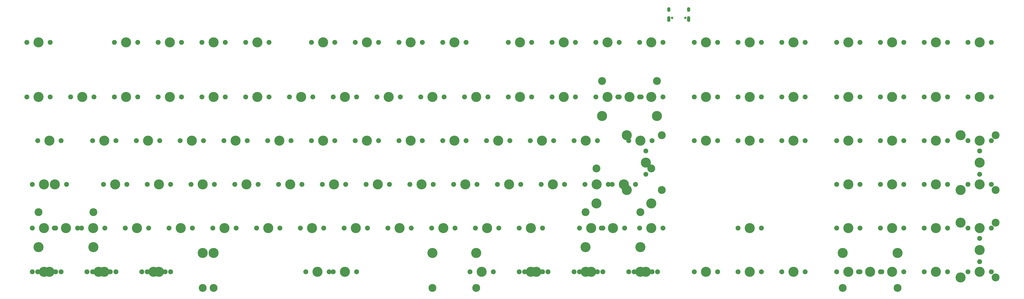
<source format=gts>
G04 #@! TF.GenerationSoftware,KiCad,Pcbnew,(5.0.0)*
G04 #@! TF.CreationDate,2019-02-16T19:44:34-08:00*
G04 #@! TF.ProjectId,Voyager104,566F79616765723130342E6B69636164,rev?*
G04 #@! TF.SameCoordinates,Original*
G04 #@! TF.FileFunction,Soldermask,Top*
G04 #@! TF.FilePolarity,Negative*
%FSLAX46Y46*%
G04 Gerber Fmt 4.6, Leading zero omitted, Abs format (unit mm)*
G04 Created by KiCad (PCBNEW (5.0.0)) date 02/16/19 19:44:34*
%MOMM*%
%LPD*%
G01*
G04 APERTURE LIST*
%ADD10C,2.150000*%
%ADD11C,4.387800*%
%ADD12C,3.448000*%
%ADD13O,1.400000X2.000000*%
%ADD14O,1.400000X2.500000*%
%ADD15C,1.050000*%
%ADD16C,2.101800*%
G04 APERTURE END LIST*
D10*
G04 #@! TO.C,MX_.1*
X247967500Y-120650000D03*
X237807500Y-120650000D03*
D11*
X242887500Y-120650000D03*
G04 #@! TD*
D10*
G04 #@! TO.C,MX_\002C1*
X228917500Y-120650000D03*
X218757500Y-120650000D03*
D11*
X223837500Y-120650000D03*
G04 #@! TD*
G04 #@! TO.C,MX_#1*
X66675000Y-63500000D03*
D10*
X61595000Y-63500000D03*
X71755000Y-63500000D03*
G04 #@! TD*
G04 #@! TO.C,MX_#2*
X90805000Y-63500000D03*
X80645000Y-63500000D03*
D11*
X85725000Y-63500000D03*
G04 #@! TD*
G04 #@! TO.C,MX_#3*
X104775000Y-63500000D03*
D10*
X99695000Y-63500000D03*
X109855000Y-63500000D03*
G04 #@! TD*
G04 #@! TO.C,MX_#4*
X128905000Y-63500000D03*
X118745000Y-63500000D03*
D11*
X123825000Y-63500000D03*
G04 #@! TD*
D10*
G04 #@! TO.C,MX_#5*
X147955000Y-63500000D03*
X137795000Y-63500000D03*
D11*
X142875000Y-63500000D03*
G04 #@! TD*
D10*
G04 #@! TO.C,MX_#6*
X167005000Y-63500000D03*
X156845000Y-63500000D03*
D11*
X161925000Y-63500000D03*
G04 #@! TD*
D10*
G04 #@! TO.C,MX_#7*
X186055000Y-63500000D03*
X175895000Y-63500000D03*
D11*
X180975000Y-63500000D03*
G04 #@! TD*
G04 #@! TO.C,MX_#8*
X200025000Y-63500000D03*
D10*
X194945000Y-63500000D03*
X205105000Y-63500000D03*
G04 #@! TD*
D11*
G04 #@! TO.C,MX_#9*
X219075000Y-63500000D03*
D10*
X213995000Y-63500000D03*
X224155000Y-63500000D03*
G04 #@! TD*
D11*
G04 #@! TO.C,MX_#0_1*
X238125000Y-63500000D03*
D10*
X233045000Y-63500000D03*
X243205000Y-63500000D03*
G04 #@! TD*
G04 #@! TO.C,MX_'1*
X276542500Y-101600000D03*
X266382500Y-101600000D03*
D11*
X271462500Y-101600000D03*
G04 #@! TD*
G04 #@! TO.C,MX_-1*
X257175000Y-63500000D03*
D10*
X252095000Y-63500000D03*
X262255000Y-63500000D03*
G04 #@! TD*
G04 #@! TO.C,MX_/1*
X267017500Y-120650000D03*
X256857500Y-120650000D03*
D11*
X261937500Y-120650000D03*
G04 #@! TD*
G04 #@! TO.C,MX_;1*
X252412500Y-101600000D03*
D10*
X247332500Y-101600000D03*
X257492500Y-101600000D03*
G04 #@! TD*
D11*
G04 #@! TO.C,MX_=1*
X276225000Y-63500000D03*
D10*
X271145000Y-63500000D03*
X281305000Y-63500000D03*
G04 #@! TD*
D11*
G04 #@! TO.C,MX_[1*
X266700000Y-82550000D03*
D10*
X261620000Y-82550000D03*
X271780000Y-82550000D03*
G04 #@! TD*
G04 #@! TO.C,MX_\005C1*
X314642500Y-82550000D03*
X304482500Y-82550000D03*
D11*
X309562500Y-82550000D03*
G04 #@! TD*
D10*
G04 #@! TO.C,MX_]1*
X290830000Y-82550000D03*
X280670000Y-82550000D03*
D11*
X285750000Y-82550000D03*
G04 #@! TD*
G04 #@! TO.C,MX_`1*
X47625000Y-63500000D03*
D10*
X42545000Y-63500000D03*
X52705000Y-63500000D03*
G04 #@! TD*
D11*
G04 #@! TO.C,MX_A1*
X80962500Y-101600000D03*
D10*
X75882500Y-101600000D03*
X86042500Y-101600000D03*
G04 #@! TD*
D11*
G04 #@! TO.C,MX_B1*
X166687500Y-120650000D03*
D10*
X161607500Y-120650000D03*
X171767500Y-120650000D03*
G04 #@! TD*
D11*
G04 #@! TO.C,MX_C1*
X128587500Y-120650000D03*
D10*
X123507500Y-120650000D03*
X133667500Y-120650000D03*
G04 #@! TD*
G04 #@! TO.C,MX_D1*
X124142500Y-101600000D03*
X113982500Y-101600000D03*
D11*
X119062500Y-101600000D03*
G04 #@! TD*
G04 #@! TO.C,MX_E1*
X114300000Y-82550000D03*
D10*
X109220000Y-82550000D03*
X119380000Y-82550000D03*
G04 #@! TD*
D11*
G04 #@! TO.C,MX_ESC1*
X47625000Y-39687500D03*
D10*
X42545000Y-39687500D03*
X52705000Y-39687500D03*
G04 #@! TD*
D11*
G04 #@! TO.C,MX_F1*
X138112500Y-101600000D03*
D10*
X133032500Y-101600000D03*
X143192500Y-101600000D03*
G04 #@! TD*
G04 #@! TO.C,MX_FN1*
X90805000Y-39687500D03*
X80645000Y-39687500D03*
D11*
X85725000Y-39687500D03*
G04 #@! TD*
G04 #@! TO.C,MX_FN2*
X104775000Y-39687500D03*
D10*
X99695000Y-39687500D03*
X109855000Y-39687500D03*
G04 #@! TD*
D11*
G04 #@! TO.C,MX_FN3*
X123825000Y-39687500D03*
D10*
X118745000Y-39687500D03*
X128905000Y-39687500D03*
G04 #@! TD*
D11*
G04 #@! TO.C,MX_FN4*
X142875000Y-39687500D03*
D10*
X137795000Y-39687500D03*
X147955000Y-39687500D03*
G04 #@! TD*
D11*
G04 #@! TO.C,MX_FN5*
X171450000Y-39687500D03*
D10*
X166370000Y-39687500D03*
X176530000Y-39687500D03*
G04 #@! TD*
G04 #@! TO.C,MX_FN6*
X195580000Y-39687500D03*
X185420000Y-39687500D03*
D11*
X190500000Y-39687500D03*
G04 #@! TD*
G04 #@! TO.C,MX_FN7*
X209550000Y-39687500D03*
D10*
X204470000Y-39687500D03*
X214630000Y-39687500D03*
G04 #@! TD*
D11*
G04 #@! TO.C,MX_FN8*
X228600000Y-39687500D03*
D10*
X223520000Y-39687500D03*
X233680000Y-39687500D03*
G04 #@! TD*
G04 #@! TO.C,MX_FN9*
X262255000Y-39687500D03*
X252095000Y-39687500D03*
D11*
X257175000Y-39687500D03*
G04 #@! TD*
D10*
G04 #@! TO.C,MX_FN10*
X281305000Y-39687500D03*
X271145000Y-39687500D03*
D11*
X276225000Y-39687500D03*
G04 #@! TD*
D10*
G04 #@! TO.C,MX_FN11*
X300355000Y-39687500D03*
X290195000Y-39687500D03*
D11*
X295275000Y-39687500D03*
G04 #@! TD*
D10*
G04 #@! TO.C,MX_FN12*
X319405000Y-39687500D03*
X309245000Y-39687500D03*
D11*
X314325000Y-39687500D03*
G04 #@! TD*
G04 #@! TO.C,MX_G1*
X157162500Y-101600000D03*
D10*
X152082500Y-101600000D03*
X162242500Y-101600000D03*
G04 #@! TD*
G04 #@! TO.C,MX_H1*
X181292500Y-101600000D03*
X171132500Y-101600000D03*
D11*
X176212500Y-101600000D03*
G04 #@! TD*
G04 #@! TO.C,MX_I1*
X209550000Y-82550000D03*
D10*
X204470000Y-82550000D03*
X214630000Y-82550000D03*
G04 #@! TD*
D11*
G04 #@! TO.C,MX_J1*
X195262500Y-101600000D03*
D10*
X190182500Y-101600000D03*
X200342500Y-101600000D03*
G04 #@! TD*
D11*
G04 #@! TO.C,MX_K1*
X214312500Y-101600000D03*
D10*
X209232500Y-101600000D03*
X219392500Y-101600000D03*
G04 #@! TD*
D11*
G04 #@! TO.C,MX_L1*
X233362500Y-101600000D03*
D10*
X228282500Y-101600000D03*
X238442500Y-101600000D03*
G04 #@! TD*
D11*
G04 #@! TO.C,MX_M1*
X204787500Y-120650000D03*
D10*
X199707500Y-120650000D03*
X209867500Y-120650000D03*
G04 #@! TD*
D11*
G04 #@! TO.C,MX_N1*
X185737500Y-120650000D03*
D10*
X180657500Y-120650000D03*
X190817500Y-120650000D03*
G04 #@! TD*
G04 #@! TO.C,MX_O1*
X233680000Y-82550000D03*
X223520000Y-82550000D03*
D11*
X228600000Y-82550000D03*
G04 #@! TD*
D10*
G04 #@! TO.C,MX_P1*
X252730000Y-82550000D03*
X242570000Y-82550000D03*
D11*
X247650000Y-82550000D03*
G04 #@! TD*
G04 #@! TO.C,MX_Q1*
X76200000Y-82550000D03*
D10*
X71120000Y-82550000D03*
X81280000Y-82550000D03*
G04 #@! TD*
G04 #@! TO.C,MX_R1*
X138430000Y-82550000D03*
X128270000Y-82550000D03*
D11*
X133350000Y-82550000D03*
G04 #@! TD*
G04 #@! TO.C,MX_RETURN1*
X314356750Y-109855000D03*
X290480750Y-109855000D03*
D12*
X314356750Y-94615000D03*
X290480750Y-94615000D03*
D10*
X307498750Y-101600000D03*
X297338750Y-101600000D03*
D11*
X302418750Y-101600000D03*
G04 #@! TD*
D10*
G04 #@! TO.C,MX_S1*
X105092500Y-101600000D03*
X94932500Y-101600000D03*
D11*
X100012500Y-101600000D03*
G04 #@! TD*
G04 #@! TO.C,MX_T1*
X152400000Y-82550000D03*
D10*
X147320000Y-82550000D03*
X157480000Y-82550000D03*
G04 #@! TD*
D11*
G04 #@! TO.C,MX_TAB1*
X52387500Y-82550000D03*
D10*
X47307500Y-82550000D03*
X57467500Y-82550000D03*
G04 #@! TD*
D11*
G04 #@! TO.C,MX_U1*
X190500000Y-82550000D03*
D10*
X185420000Y-82550000D03*
X195580000Y-82550000D03*
G04 #@! TD*
G04 #@! TO.C,MX_V1*
X152717500Y-120650000D03*
X142557500Y-120650000D03*
D11*
X147637500Y-120650000D03*
G04 #@! TD*
D10*
G04 #@! TO.C,MX_W1*
X100330000Y-82550000D03*
X90170000Y-82550000D03*
D11*
X95250000Y-82550000D03*
G04 #@! TD*
D10*
G04 #@! TO.C,MX_X1*
X114617500Y-120650000D03*
X104457500Y-120650000D03*
D11*
X109537500Y-120650000D03*
G04 #@! TD*
G04 #@! TO.C,MX_Y1*
X171450000Y-82550000D03*
D10*
X166370000Y-82550000D03*
X176530000Y-82550000D03*
G04 #@! TD*
G04 #@! TO.C,MX_Z1*
X95567500Y-120650000D03*
X85407500Y-120650000D03*
D11*
X90487500Y-120650000D03*
G04 #@! TD*
D13*
G04 #@! TO.C,USB1*
X330551250Y-25333000D03*
X321911250Y-25333000D03*
D14*
X330551250Y-29513000D03*
X321911250Y-29513000D03*
D15*
X323341250Y-28983000D03*
X329121250Y-28983000D03*
G04 #@! TD*
D11*
G04 #@! TO.C,MX_\005C2*
X290512500Y-101600000D03*
D10*
X285432500Y-101600000D03*
X295592500Y-101600000D03*
G04 #@! TD*
D11*
G04 #@! TO.C,MX_BACK1*
X304800000Y-63500000D03*
D10*
X299720000Y-63500000D03*
X309880000Y-63500000D03*
D12*
X292862000Y-56515000D03*
X316738000Y-56515000D03*
D11*
X292862000Y-71755000D03*
X316738000Y-71755000D03*
G04 #@! TD*
D10*
G04 #@! TO.C,MX_BACK2*
X300355000Y-63500000D03*
X290195000Y-63500000D03*
D11*
X295275000Y-63500000D03*
G04 #@! TD*
G04 #@! TO.C,MX_BACK3*
X314325000Y-63500000D03*
D10*
X309245000Y-63500000D03*
X319405000Y-63500000D03*
G04 #@! TD*
G04 #@! TO.C,MX_CLOCK1*
X59848750Y-101600000D03*
X49688750Y-101600000D03*
D11*
X54768750Y-101600000D03*
G04 #@! TD*
G04 #@! TO.C,MX_CLOCK2*
X50006250Y-101600000D03*
D10*
X44926250Y-101600000D03*
X55086250Y-101600000D03*
G04 #@! TD*
G04 #@! TO.C,MX_DEL1*
X343217500Y-82550000D03*
X333057500Y-82550000D03*
D11*
X338137500Y-82550000D03*
G04 #@! TD*
D10*
G04 #@! TO.C,MX_DN1*
X362267500Y-139700000D03*
X352107500Y-139700000D03*
D11*
X357187500Y-139700000D03*
G04 #@! TD*
G04 #@! TO.C,MX_END1*
X357187500Y-82550000D03*
D10*
X352107500Y-82550000D03*
X362267500Y-82550000D03*
G04 #@! TD*
G04 #@! TO.C,MX_HOME1*
X362267500Y-63500000D03*
X352107500Y-63500000D03*
D11*
X357187500Y-63500000D03*
G04 #@! TD*
D10*
G04 #@! TO.C,MX_INS1*
X343217500Y-63500000D03*
X333057500Y-63500000D03*
D11*
X338137500Y-63500000D03*
G04 #@! TD*
D10*
G04 #@! TO.C,MX_LALT1*
X102711250Y-139700000D03*
X92551250Y-139700000D03*
D11*
X97631250Y-139700000D03*
G04 #@! TD*
G04 #@! TO.C,MX_LCTRL1*
X50006250Y-139700000D03*
D10*
X44926250Y-139700000D03*
X55086250Y-139700000D03*
G04 #@! TD*
G04 #@! TO.C,MX_LCTRL2*
X57467500Y-139700000D03*
X47307500Y-139700000D03*
D11*
X52387500Y-139700000D03*
G04 #@! TD*
G04 #@! TO.C,MX_LFT1*
X338137500Y-139700000D03*
D10*
X333057500Y-139700000D03*
X343217500Y-139700000D03*
G04 #@! TD*
G04 #@! TO.C,MX_LGUI1*
X78898750Y-139700000D03*
X68738750Y-139700000D03*
D11*
X73818750Y-139700000D03*
G04 #@! TD*
G04 #@! TO.C,MX_LSHIFT1*
X59531250Y-120650000D03*
D10*
X54451250Y-120650000D03*
X64611250Y-120650000D03*
D12*
X47593250Y-113665000D03*
X71469250Y-113665000D03*
D11*
X47593250Y-128905000D03*
X71469250Y-128905000D03*
G04 #@! TD*
D10*
G04 #@! TO.C,MX_LSHIFT2*
X55086250Y-120650000D03*
X44926250Y-120650000D03*
D11*
X50006250Y-120650000D03*
G04 #@! TD*
D10*
G04 #@! TO.C,MX_LSHIFT3*
X76517500Y-120650000D03*
X66357500Y-120650000D03*
D11*
X71437500Y-120650000D03*
G04 #@! TD*
G04 #@! TO.C,MX_PAUSE1*
X376237500Y-39687500D03*
D10*
X371157500Y-39687500D03*
X381317500Y-39687500D03*
G04 #@! TD*
G04 #@! TO.C,MX_PGDN1*
X381317500Y-82550000D03*
X371157500Y-82550000D03*
D11*
X376237500Y-82550000D03*
G04 #@! TD*
D10*
G04 #@! TO.C,MX_PGUP1*
X381317500Y-63500000D03*
X371157500Y-63500000D03*
D11*
X376237500Y-63500000D03*
G04 #@! TD*
G04 #@! TO.C,MX_PRINT1*
X338137500Y-39687500D03*
D10*
X333057500Y-39687500D03*
X343217500Y-39687500D03*
G04 #@! TD*
D11*
G04 #@! TO.C,MX_RALT1*
X240506250Y-139700000D03*
D10*
X235426250Y-139700000D03*
X245586250Y-139700000D03*
G04 #@! TD*
D11*
G04 #@! TO.C,MX_RETURN2*
X311943750Y-92075000D03*
D16*
X311943750Y-86995000D03*
X311943750Y-97155000D03*
D12*
X318928750Y-104013000D03*
X318928750Y-80137000D03*
D11*
X303688750Y-104013000D03*
X303688750Y-80137000D03*
G04 #@! TD*
G04 #@! TO.C,MX_RSHIFT1*
X297656250Y-120650000D03*
D10*
X292576250Y-120650000D03*
X302736250Y-120650000D03*
D12*
X285718250Y-113665000D03*
X309594250Y-113665000D03*
D11*
X285718250Y-128905000D03*
X309594250Y-128905000D03*
G04 #@! TD*
G04 #@! TO.C,MX_RSHIFT2*
X288131250Y-120650000D03*
D10*
X283051250Y-120650000D03*
X293211250Y-120650000D03*
G04 #@! TD*
D11*
G04 #@! TO.C,MX_RSHIFT3*
X314325000Y-120650000D03*
D10*
X309245000Y-120650000D03*
X319405000Y-120650000D03*
G04 #@! TD*
D11*
G04 #@! TO.C,MX_RT1*
X376237500Y-139700000D03*
D10*
X371157500Y-139700000D03*
X381317500Y-139700000D03*
G04 #@! TD*
G04 #@! TO.C,MX_SLOCK1*
X362267500Y-39687500D03*
X352107500Y-39687500D03*
D11*
X357187500Y-39687500D03*
G04 #@! TD*
G04 #@! TO.C,MX_SP1*
X169068750Y-139700000D03*
D10*
X163988750Y-139700000D03*
X174148750Y-139700000D03*
D12*
X119068850Y-146685000D03*
X219068650Y-146685000D03*
D11*
X119068850Y-131445000D03*
X219068650Y-131445000D03*
G04 #@! TD*
G04 #@! TO.C,MX_SP2*
X180975000Y-139700000D03*
D10*
X175895000Y-139700000D03*
X186055000Y-139700000D03*
D12*
X123825000Y-146685000D03*
X238125000Y-146685000D03*
D11*
X123825000Y-131445000D03*
X238125000Y-131445000D03*
G04 #@! TD*
G04 #@! TO.C,MX_UP1*
X357187500Y-120650000D03*
D10*
X352107500Y-120650000D03*
X362267500Y-120650000D03*
G04 #@! TD*
D11*
G04 #@! TO.C,MX_LALT2*
X100012500Y-139700000D03*
D10*
X94932500Y-139700000D03*
X105092500Y-139700000D03*
G04 #@! TD*
D11*
G04 #@! TO.C,MX_LGUI2*
X76200000Y-139700000D03*
D10*
X71120000Y-139700000D03*
X81280000Y-139700000D03*
G04 #@! TD*
D11*
G04 #@! TO.C,MX_RALT2*
X261937500Y-139700000D03*
D10*
X256857500Y-139700000D03*
X267017500Y-139700000D03*
G04 #@! TD*
D11*
G04 #@! TO.C,MX_RGUI1*
X264318750Y-139700000D03*
D10*
X259238750Y-139700000D03*
X269398750Y-139700000D03*
G04 #@! TD*
G04 #@! TO.C,MX_RCTRL1*
X317023750Y-139700000D03*
X306863750Y-139700000D03*
D11*
X311943750Y-139700000D03*
G04 #@! TD*
G04 #@! TO.C,MX_RCTRL2*
X309562500Y-139700000D03*
D10*
X304482500Y-139700000D03*
X314642500Y-139700000D03*
G04 #@! TD*
D11*
G04 #@! TO.C,MX_RGUI2*
X285750000Y-139700000D03*
D10*
X280670000Y-139700000D03*
X290830000Y-139700000D03*
G04 #@! TD*
D11*
G04 #@! TO.C,MX_RMENU1*
X288131250Y-139700000D03*
D10*
X283051250Y-139700000D03*
X293211250Y-139700000D03*
G04 #@! TD*
D11*
G04 #@! TO.C,MX_NUM1*
X400050000Y-39687500D03*
D10*
X394970000Y-39687500D03*
X405130000Y-39687500D03*
G04 #@! TD*
D11*
G04 #@! TO.C,MX_NUM2*
X419100000Y-39687500D03*
D10*
X414020000Y-39687500D03*
X424180000Y-39687500D03*
G04 #@! TD*
G04 #@! TO.C,MX_NUM3*
X443230000Y-39687500D03*
X433070000Y-39687500D03*
D11*
X438150000Y-39687500D03*
G04 #@! TD*
D10*
G04 #@! TO.C,MX_NUM4*
X462280000Y-39687500D03*
X452120000Y-39687500D03*
D11*
X457200000Y-39687500D03*
G04 #@! TD*
D10*
G04 #@! TO.C,MX_NUM5*
X405130000Y-63500000D03*
X394970000Y-63500000D03*
D11*
X400050000Y-63500000D03*
G04 #@! TD*
G04 #@! TO.C,MX_NUM6*
X419100000Y-63500000D03*
D10*
X414020000Y-63500000D03*
X424180000Y-63500000D03*
G04 #@! TD*
G04 #@! TO.C,MX_NUM7*
X443230000Y-63500000D03*
X433070000Y-63500000D03*
D11*
X438150000Y-63500000D03*
G04 #@! TD*
G04 #@! TO.C,MX_NUM8*
X457200000Y-63500000D03*
D10*
X452120000Y-63500000D03*
X462280000Y-63500000D03*
G04 #@! TD*
D11*
G04 #@! TO.C,MX_NUM9*
X400050000Y-82550000D03*
D10*
X394970000Y-82550000D03*
X405130000Y-82550000D03*
G04 #@! TD*
G04 #@! TO.C,MX_NUM10*
X424180000Y-82550000D03*
X414020000Y-82550000D03*
D11*
X419100000Y-82550000D03*
G04 #@! TD*
D10*
G04 #@! TO.C,MX_NUM11*
X443230000Y-82550000D03*
X433070000Y-82550000D03*
D11*
X438150000Y-82550000D03*
G04 #@! TD*
D10*
G04 #@! TO.C,MX_NUM12*
X462280000Y-82550000D03*
X452120000Y-82550000D03*
D11*
X457200000Y-82550000D03*
G04 #@! TD*
D10*
G04 #@! TO.C,MX_NUM13*
X405130000Y-101600000D03*
X394970000Y-101600000D03*
D11*
X400050000Y-101600000D03*
G04 #@! TD*
G04 #@! TO.C,MX_NUM14*
X419100000Y-101600000D03*
D10*
X414020000Y-101600000D03*
X424180000Y-101600000D03*
G04 #@! TD*
D11*
G04 #@! TO.C,MX_NUM15*
X438150000Y-101600000D03*
D10*
X433070000Y-101600000D03*
X443230000Y-101600000D03*
G04 #@! TD*
D11*
G04 #@! TO.C,MX_NUM16*
X457200000Y-101600000D03*
D10*
X452120000Y-101600000D03*
X462280000Y-101600000D03*
G04 #@! TD*
D11*
G04 #@! TO.C,MX_NUM17*
X400050000Y-120650000D03*
D10*
X394970000Y-120650000D03*
X405130000Y-120650000D03*
G04 #@! TD*
D11*
G04 #@! TO.C,MX_NUM18*
X419100000Y-120650000D03*
D10*
X414020000Y-120650000D03*
X424180000Y-120650000D03*
G04 #@! TD*
G04 #@! TO.C,MX_NUM19*
X443230000Y-120650000D03*
X433070000Y-120650000D03*
D11*
X438150000Y-120650000D03*
G04 #@! TD*
D10*
G04 #@! TO.C,MX_NUM20*
X462280000Y-120650000D03*
X452120000Y-120650000D03*
D11*
X457200000Y-120650000D03*
G04 #@! TD*
G04 #@! TO.C,MX_NUM21*
X400050000Y-139700000D03*
D10*
X394970000Y-139700000D03*
X405130000Y-139700000D03*
G04 #@! TD*
D11*
G04 #@! TO.C,MX_NUM22*
X419100000Y-139700000D03*
D10*
X414020000Y-139700000D03*
X424180000Y-139700000D03*
G04 #@! TD*
G04 #@! TO.C,MX_NUM23*
X443230000Y-139700000D03*
X433070000Y-139700000D03*
D11*
X438150000Y-139700000D03*
G04 #@! TD*
D10*
G04 #@! TO.C,MX_NUM24*
X462280000Y-139700000D03*
X452120000Y-139700000D03*
D11*
X457200000Y-139700000D03*
G04 #@! TD*
G04 #@! TO.C,MX_NUM_EX1*
X448945000Y-80137000D03*
X448945000Y-104013000D03*
D12*
X464185000Y-80137000D03*
X464185000Y-104013000D03*
D10*
X457200000Y-86995000D03*
X457200000Y-97155000D03*
D11*
X457200000Y-92075000D03*
G04 #@! TD*
G04 #@! TO.C,MX_NUM_EX2*
X457200000Y-130175000D03*
D10*
X457200000Y-135255000D03*
X457200000Y-125095000D03*
D12*
X464185000Y-142113000D03*
X464185000Y-118237000D03*
D11*
X448945000Y-142113000D03*
X448945000Y-118237000D03*
G04 #@! TD*
G04 #@! TO.C,MX_NUM_EX3*
X409575000Y-139700000D03*
D10*
X404495000Y-139700000D03*
X414655000Y-139700000D03*
D12*
X397637000Y-146685000D03*
X421513000Y-146685000D03*
D11*
X397637000Y-131445000D03*
X421513000Y-131445000D03*
G04 #@! TD*
M02*

</source>
